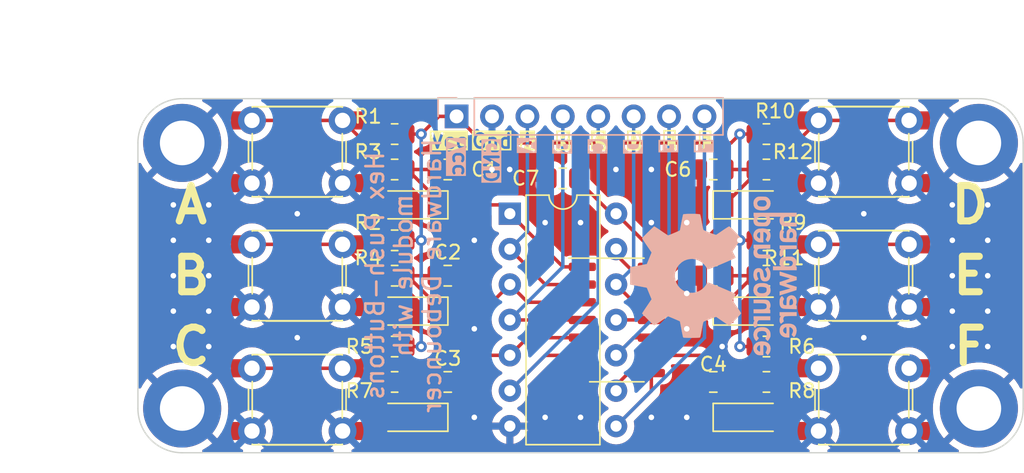
<source format=kicad_pcb>
(kicad_pcb (version 20240108) (generator "pcbnew") (generator_version "8.0")
  (layers (0 "F.Cu" signal) (31 "B.Cu" signal) (34 "B.Paste" user) (35 "F.Paste" user) (36 "B.SilkS" user "B.Silkscreen") (37 "F.SilkS" user "F.Silkscreen") (38 "B.Mask" user) (39 "F.Mask" user) (44 "Edge.Cuts" user))
  (net 0 "")
  (net 1 "/BUT_A")
  (net 2 "GND")
  (net 3 "/BUT_B")
  (net 4 "/BUT_C")
  (net 5 "/BUT_D")
  (net 6 "/BUT_E")
  (net 7 "/BUT_F")
  (net 8 "VCC")
  (net 9 "Net-(D1-A)")
  (net 10 "Net-(D2-A)")
  (net 11 "Net-(D3-A)")
  (net 12 "Net-(D4-A)")
  (net 13 "Net-(D5-A)")
  (net 14 "Net-(D6-A)")
  (net 15 "A")
  (net 16 "B")
  (net 17 "C")
  (net 18 "D")
  (net 19 "E")
  (net 20 "F")
  (footprint "Button_Switch_THT:SW_PUSH_6mm_H8mm" (layer "F.Cu") (at 106.12 65.75 180)
    (property "Reference" "SW9" (hide yes))
    (property "Value" "E")
    (pad "1" thru_hole circle (at 0 0 270) (size 2 2) (drill 1.1) (layers "*.Cu" "*.Mask") (net 2 "GND"))
    (pad "1" thru_hole circle (at 6.5 0 270) (size 2 2) (drill 1.1) (layers "*.Cu" "*.Mask") (net 2 "GND"))
    (pad "2" thru_hole circle (at 0 4.5 270) (size 2 2) (drill 1.1) (layers "*.Cu" "*.Mask") (net 13 "Net-(D5-A)"))
    (pad "2" thru_hole circle (at 6.5 4.5 270) (size 2 2) (drill 1.1) (layers "*.Cu" "*.Mask") (net 13 "Net-(D5-A)"))
  )
  (footprint "Resistor_SMD:R_0805_2012Metric" (layer "F.Cu") (at 95.885 71.12)
    (property "Reference" "R8" (at 2.54 0.635 0) (layer "F.SilkS"))
    (property "Value" "1K")
    (pad "1" smd roundrect (at -0.9125 0) (size 1.025 1.4) (layers "F.Cu" "F.Paste" "F.Mask") (roundrect_rratio 0.243902) (net 7 "/BUT_F"))
    (pad "2" smd roundrect (at 0.9125 0) (size 1.025 1.4) (layers "F.Cu" "F.Paste" "F.Mask") (roundrect_rratio 0.243902) (net 12 "Net-(D4-A)"))
  )
  (footprint "Capacitor_SMD:C_0805_2012Metric" (layer "F.Cu") (at 81.28 56.515 180)
    (property "Reference" "C7" (at 2.667 0 180) (layer "F.SilkS"))
    (property "Value" "100nF")
    (pad "1" smd roundrect (at -0.95 0 180) (size 1 1.45) (layers "F.Cu" "F.Paste" "F.Mask") (net 8 "VCC"))
    (pad "2" smd roundrect (at 0.95 0 180) (size 1 1.45) (layers "F.Cu" "F.Paste" "F.Mask") (net 2 "GND"))
  )
  (footprint "Resistor_SMD:R_0805_2012Metric" (layer "F.Cu") (at 69.215 68.58 180)
    (property "Reference" "R5" (at 2.54 0 180) (layer "F.SilkS"))
    (property "Value" "10K")
    (pad "1" smd roundrect (at -0.9125 0 180) (size 1.025 1.4) (layers "F.Cu" "F.Paste" "F.Mask") (roundrect_rratio 0.243902) (net 8 "VCC"))
    (pad "2" smd roundrect (at 0.9125 0 180) (size 1.025 1.4) (layers "F.Cu" "F.Paste" "F.Mask") (roundrect_rratio 0.243902) (net 11 "Net-(D3-A)"))
  )
  (footprint "Resistor_SMD:R_0805_2012Metric" (layer "F.Cu") (at 69.215 63.5 180)
    (property "Reference" "R4" (at 1.905 1.27 180) (layer "F.SilkS"))
    (property "Value" "1K")
    (pad "1" smd roundrect (at -0.9125 0 180) (size 1.025 1.4) (layers "F.Cu" "F.Paste" "F.Mask") (roundrect_rratio 0.243902) (net 3 "/BUT_B"))
    (pad "2" smd roundrect (at 0.9125 0 180) (size 1.025 1.4) (layers "F.Cu" "F.Paste" "F.Mask") (roundrect_rratio 0.243902) (net 10 "Net-(D2-A)"))
  )
  (footprint "MountingHole:MountingHole_3.2mm_M3_DIN965_Pad_TopBottom" (layer "F.Cu") (at 111.125 53.975)
    (property "Reference" "H3" (hide yes))
    (property "Value" "M3")
    (pad "1" thru_hole circle (at 0 0) (size 3.6 3.6) (drill 3.2) (layers "*.Cu" "*.Mask") (net 2 "GND"))
    (pad "1" connect circle (at 0 0) (size 5.6 5.6) (layers "F.Cu" "F.Mask") (net 2 "GND"))
    (pad "1" connect circle (at 0 0) (size 5.6 5.6) (layers "B.Cu" "B.Mask") (net 2 "GND"))
  )
  (footprint "Capacitor_SMD:C_0805_2012Metric" (layer "F.Cu") (at 92.075 55.88 180)
    (property "Reference" "C6" (at 2.54 0 180) (layer "F.SilkS"))
    (property "Value" "100nF")
    (pad "1" smd roundrect (at -0.95 0 180) (size 1 1.45) (layers "F.Cu" "F.Paste" "F.Mask") (net 5 "/BUT_D"))
    (pad "2" smd roundrect (at 0.95 0 180) (size 1 1.45) (layers "F.Cu" "F.Paste" "F.Mask") (net 2 "GND"))
  )
  (footprint "Resistor_SMD:R_0805_2012Metric" (layer "F.Cu") (at 95.885 53.34)
    (property "Reference" "R10" (at 0.635 -1.65 0) (layer "F.SilkS"))
    (property "Value" "10K")
    (pad "1" smd roundrect (at -0.9125 0) (size 1.025 1.4) (layers "F.Cu" "F.Paste" "F.Mask") (roundrect_rratio 0.243902) (net 8 "VCC"))
    (pad "2" smd roundrect (at 0.9125 0) (size 1.025 1.4) (layers "F.Cu" "F.Paste" "F.Mask") (roundrect_rratio 0.243902) (net 14 "Net-(D6-A)"))
  )
  (footprint "Resistor_SMD:R_0805_2012Metric" (layer "F.Cu") (at 95.885 68.58)
    (property "Reference" "R6" (at 2.54 0 0) (layer "F.SilkS"))
    (property "Value" "10K")
    (pad "1" smd roundrect (at -0.9125 0) (size 1.025 1.4) (layers "F.Cu" "F.Paste" "F.Mask") (roundrect_rratio 0.243902) (net 8 "VCC"))
    (pad "2" smd roundrect (at 0.9125 0) (size 1.025 1.4) (layers "F.Cu" "F.Paste" "F.Mask") (roundrect_rratio 0.243902) (net 12 "Net-(D4-A)"))
  )
  (footprint "Resistor_SMD:R_0805_2012Metric" (layer "F.Cu") (at 95.885 63.5)
    (property "Reference" "R11" (at 1.27 -1.27 0) (layer "F.SilkS"))
    (property "Value" "1K")
    (pad "1" smd roundrect (at -0.9125 0) (size 1.025 1.4) (layers "F.Cu" "F.Paste" "F.Mask") (roundrect_rratio 0.243902) (net 6 "/BUT_E"))
    (pad "2" smd roundrect (at 0.9125 0) (size 1.025 1.4) (layers "F.Cu" "F.Paste" "F.Mask") (roundrect_rratio 0.243902) (net 13 "Net-(D5-A)"))
  )
  (footprint "Button_Switch_THT:SW_PUSH_6mm_H8mm" (layer "F.Cu") (at 65.48 74.64 180)
    (property "Reference" "SW8" (hide yes))
    (property "Value" "C")
    (pad "1" thru_hole circle (at 0 0 270) (size 2 2) (drill 1.1) (layers "*.Cu" "*.Mask") (net 2 "GND"))
    (pad "1" thru_hole circle (at 6.5 0 270) (size 2 2) (drill 1.1) (layers "*.Cu" "*.Mask") (net 2 "GND"))
    (pad "2" thru_hole circle (at 0 4.5 270) (size 2 2) (drill 1.1) (layers "*.Cu" "*.Mask") (net 11 "Net-(D3-A)"))
    (pad "2" thru_hole circle (at 6.5 4.5 270) (size 2 2) (drill 1.1) (layers "*.Cu" "*.Mask") (net 11 "Net-(D3-A)"))
  )
  (footprint "Package_DIP:DIP-14_W7.62mm" (layer "F.Cu") (at 77.48 59.05)
    (property "Reference" "U2" (hide yes))
    (property "Value" "74HC14")
    (pad "1" thru_hole rect (at 0 0) (size 1.6 1.6) (drill 0.8) (layers "*.Cu" "*.Mask") (net 1 "/BUT_A"))
    (pad "2" thru_hole oval (at 0 2.54) (size 1.6 1.6) (drill 0.8) (layers "*.Cu" "*.Mask") (net 15 "A"))
    (pad "3" thru_hole oval (at 0 5.08) (size 1.6 1.6) (drill 0.8) (layers "*.Cu" "*.Mask") (net 3 "/BUT_B"))
    (pad "4" thru_hole oval (at 0 7.62) (size 1.6 1.6) (drill 0.8) (layers "*.Cu" "*.Mask") (net 16 "B"))
    (pad "5" thru_hole oval (at 0 10.16) (size 1.6 1.6) (drill 0.8) (layers "*.Cu" "*.Mask") (net 4 "/BUT_C"))
    (pad "6" thru_hole oval (at 0 12.7) (size 1.6 1.6) (drill 0.8) (layers "*.Cu" "*.Mask") (net 17 "C"))
    (pad "7" thru_hole oval (at 0 15.24) (size 1.6 1.6) (drill 0.8) (layers "*.Cu" "*.Mask") (net 2 "GND"))
    (pad "8" thru_hole oval (at 7.62 15.24) (size 1.6 1.6) (drill 0.8) (layers "*.Cu" "*.Mask") (net 20 "F"))
    (pad "9" thru_hole oval (at 7.62 12.7) (size 1.6 1.6) (drill 0.8) (layers "*.Cu" "*.Mask") (net 7 "/BUT_F"))
    (pad "10" thru_hole oval (at 7.62 10.16) (size 1.6 1.6) (drill 0.8) (layers "*.Cu" "*.Mask") (net 19 "E"))
    (pad "11" thru_hole oval (at 7.62 7.62) (size 1.6 1.6) (drill 0.8) (layers "*.Cu" "*.Mask") (net 6 "/BUT_E"))
    (pad "12" thru_hole oval (at 7.62 5.08) (size 1.6 1.6) (drill 0.8) (layers "*.Cu" "*.Mask") (net 18 "D"))
    (pad "13" thru_hole oval (at 7.62 2.54) (size 1.6 1.6) (drill 0.8) (layers "*.Cu" "*.Mask") (net 5 "/BUT_D"))
    (pad "14" thru_hole oval (at 7.62 0) (size 1.6 1.6) (drill 0.8) (layers "*.Cu" "*.Mask") (net 8 "VCC"))
  )
  (footprint "Resistor_SMD:R_0805_2012Metric" (layer "F.Cu") (at 69.215 53.34 180)
    (property "Reference" "R1" (at 1.905 1.27 180) (layer "F.SilkS"))
    (property "Value" "10K")
    (pad "1" smd roundrect (at -0.9125 0 180) (size 1.025 1.4) (layers "F.Cu" "F.Paste" "F.Mask") (roundrect_rratio 0.243902) (net 8 "VCC"))
    (pad "2" smd roundrect (at 0.9125 0 180) (size 1.025 1.4) (layers "F.Cu" "F.Paste" "F.Mask") (roundrect_rratio 0.243902) (net 9 "Net-(D1-A)"))
  )
  (footprint "Diode_SMD:D_MiniMELF" (layer "F.Cu") (at 70.485 73.66 180)
    (property "Reference" "D3" (hide yes))
    (property "Value" "LL4148")
    (pad "1" smd rect (at -1.75 0 180) (size 1.3 1.7) (layers "F.Cu" "F.Paste" "F.Mask") (net 4 "/BUT_C"))
    (pad "2" smd rect (at 1.75 0 180) (size 1.3 1.7) (layers "F.Cu" "F.Paste" "F.Mask") (net 11 "Net-(D3-A)"))
  )
  (footprint "Button_Switch_THT:SW_PUSH_6mm_H8mm" (layer "F.Cu") (at 65.48 56.86 180)
    (property "Reference" "SW7" (hide yes))
    (property "Value" "A" (hide yes))
    (pad "1" thru_hole circle (at 0 0 270) (size 2 2) (drill 1.1) (layers "*.Cu" "*.Mask") (net 2 "GND"))
    (pad "1" thru_hole circle (at 6.5 0 270) (size 2 2) (drill 1.1) (layers "*.Cu" "*.Mask") (net 2 "GND"))
    (pad "2" thru_hole circle (at 0 4.5 270) (size 2 2) (drill 1.1) (layers "*.Cu" "*.Mask") (net 9 "Net-(D1-A)"))
    (pad "2" thru_hole circle (at 6.5 4.5 270) (size 2 2) (drill 1.1) (layers "*.Cu" "*.Mask") (net 9 "Net-(D1-A)"))
  )
  (footprint "Button_Switch_SMD:SW_SPST_PTS645" (layer "F.Cu") (at 102.87 63.5 180)
    (property "Reference" "SW5" (hide yes))
    (property "Value" "E")
    (pad "1" smd rect (at -3.98 -2.25 180) (size 1.55 1.3) (layers "F.Cu" "F.Paste" "F.Mask") (net 2 "GND"))
    (pad "1" smd rect (at 3.98 -2.25 180) (size 1.55 1.3) (layers "F.Cu" "F.Paste" "F.Mask") (net 2 "GND"))
    (pad "2" smd rect (at -3.98 2.25 180) (size 1.55 1.3) (layers "F.Cu" "F.Paste" "F.Mask") (net 13 "Net-(D5-A)"))
    (pad "2" smd rect (at 3.98 2.25 180) (size 1.55 1.3) (layers "F.Cu" "F.Paste" "F.Mask") (net 13 "Net-(D5-A)"))
  )
  (footprint "Capacitor_SMD:C_0805_2012Metric" (layer "F.Cu") (at 73.025 63.5)
    (property "Reference" "C2" (at 0 -1.68 0) (layer "F.SilkS"))
    (property "Value" "100nF")
    (pad "1" smd roundrect (at -0.95 0) (size 1 1.45) (layers "F.Cu" "F.Paste" "F.Mask") (net 3 "/BUT_B"))
    (pad "2" smd roundrect (at 0.95 0) (size 1 1.45) (layers "F.Cu" "F.Paste" "F.Mask") (net 2 "GND"))
  )
  (footprint "Button_Switch_THT:SW_PUSH_6mm_H8mm" (layer "F.Cu") (at 106.12 74.64 180)
    (property "Reference" "SW11" (hide yes))
    (property "Value" "D")
    (pad "1" thru_hole circle (at 0 0 270) (size 2 2) (drill 1.1) (layers "*.Cu" "*.Mask") (net 2 "GND"))
    (pad "1" thru_hole circle (at 6.5 0 270) (size 2 2) (drill 1.1) (layers "*.Cu" "*.Mask") (net 2 "GND"))
    (pad "2" thru_hole circle (at 0 4.5 270) (size 2 2) (drill 1.1) (layers "*.Cu" "*.Mask") (net 12 "Net-(D4-A)"))
    (pad "2" thru_hole circle (at 6.5 4.5 270) (size 2 2) (drill 1.1) (layers "*.Cu" "*.Mask") (net 12 "Net-(D4-A)"))
  )
  (footprint "MountingHole:MountingHole_3.2mm_M3_DIN965_Pad_TopBottom" (layer "F.Cu") (at 53.975 73.025)
    (property "Reference" "H1" (hide yes))
    (property "Value" "M3")
    (pad "1" thru_hole circle (at 0 0) (size 3.6 3.6) (drill 3.2) (layers "*.Cu" "*.Mask") (net 2 "GND"))
    (pad "1" connect circle (at 0 0) (size 5.6 5.6) (layers "F.Cu" "F.Mask") (net 2 "GND"))
    (pad "1" connect circle (at 0 0) (size 5.6 5.6) (layers "B.Cu" "B.Mask") (net 2 "GND"))
  )
  (footprint "Diode_SMD:D_MiniMELF" (layer "F.Cu") (at 94.615 73.66)
    (property "Reference" "D4" (hide yes))
    (property "Value" "LL4148")
    (pad "1" smd rect (at -1.75 0) (size 1.3 1.7) (layers "F.Cu" "F.Paste" "F.Mask") (net 7 "/BUT_F"))
    (pad "2" smd rect (at 1.75 0) (size 1.3 1.7) (layers "F.Cu" "F.Paste" "F.Mask") (net 12 "Net-(D4-A)"))
  )
  (footprint "Diode_SMD:D_MiniMELF" (layer "F.Cu") (at 94.615 58.42)
    (property "Reference" "D6" (hide yes))
    (property "Value" "LL4148")
    (pad "1" smd rect (at -1.75 0) (size 1.3 1.7) (layers "F.Cu" "F.Paste" "F.Mask") (net 5 "/BUT_D"))
    (pad "2" smd rect (at 1.75 0) (size 1.3 1.7) (layers "F.Cu" "F.Paste" "F.Mask") (net 14 "Net-(D6-A)"))
  )
  (footprint "Capacitor_SMD:C_0805_2012Metric" (layer "F.Cu") (at 92.075 63.5 180)
    (property "Reference" "C5" (at 0 1.905 180) (layer "F.SilkS"))
    (property "Value" "100nF")
    (pad "1" smd roundrect (at -0.95 0 180) (size 1 1.45) (layers "F.Cu" "F.Paste" "F.Mask") (net 6 "/BUT_E"))
    (pad "2" smd roundrect (at 0.95 0 180) (size 1 1.45) (layers "F.Cu" "F.Paste" "F.Mask") (net 2 "GND"))
  )
  (footprint "Resistor_SMD:R_0805_2012Metric" (layer "F.Cu") (at 69.215 60.96 180)
    (property "Reference" "R2" (at 1.905 1.27 180) (layer "F.SilkS"))
    (property "Value" "10K")
    (pad "1" smd roundrect (at -0.9125 0 180) (size 1.025 1.4) (layers "F.Cu" "F.Paste" "F.Mask") (roundrect_rratio 0.243902) (net 8 "VCC"))
    (pad "2" smd roundrect (at 0.9125 0 180) (size 1.025 1.4) (layers "F.Cu" "F.Paste" "F.Mask") (roundrect_rratio 0.243902) (net 10 "Net-(D2-A)"))
  )
  (footprint "Button_Switch_SMD:SW_SPST_PTS645" (layer "F.Cu") (at 102.87 54.61 180)
    (property "Reference" "SW6" (hide yes))
    (property "Value" "F")
    (pad "1" smd rect (at -3.98 -2.25 180) (size 1.55 1.3) (layers "F.Cu" "F.Paste" "F.Mask") (net 2 "GND"))
    (pad "1" smd rect (at 3.98 -2.25 180) (size 1.55 1.3) (layers "F.Cu" "F.Paste" "F.Mask") (net 2 "GND"))
    (pad "2" smd rect (at -3.98 2.25 180) (size 1.55 1.3) (layers "F.Cu" "F.Paste" "F.Mask") (net 14 "Net-(D6-A)"))
    (pad "2" smd rect (at 3.98 2.25 180) (size 1.55 1.3) (layers "F.Cu" "F.Paste" "F.Mask") (net 14 "Net-(D6-A)"))
  )
  (footprint "Button_Switch_THT:SW_PUSH_6mm_H8mm" (layer "F.Cu") (at 106.12 56.86 180)
    (property "Reference" "SW12" (hide yes))
    (property "Value" "F")
    (pad "1" thru_hole circle (at 0 0 270) (size 2 2) (drill 1.1) (layers "*.Cu" "*.Mask") (net 2 "GND"))
    (pad "1" thru_hole circle (at 6.5 0 270) (size 2 2) (drill 1.1) (layers "*.Cu" "*.Mask") (net 2 "GND"))
    (pad "2" thru_hole circle (at 0 4.5 270) (size 2 2) (drill 1.1) (layers "*.Cu" "*.Mask") (net 14 "Net-(D6-A)"))
    (pad "2" thru_hole circle (at 6.5 4.5 270) (size 2 2) (drill 1.1) (layers "*.Cu" "*.Mask") (net 14 "Net-(D6-A)"))
  )
  (footprint "Diode_SMD:D_MiniMELF" (layer "F.Cu") (at 70.485 66.04 180)
    (property "Reference" "D2" (hide yes))
    (property "Value" "LL4148")
    (pad "1" smd rect (at -1.75 0 180) (size 1.3 1.7) (layers "F.Cu" "F.Paste" "F.Mask") (net 3 "/BUT_B"))
    (pad "2" smd rect (at 1.75 0 180) (size 1.3 1.7) (layers "F.Cu" "F.Paste" "F.Mask") (net 10 "Net-(D2-A)"))
  )
  (footprint "Capacitor_SMD:C_0805_2012Metric" (layer "F.Cu") (at 73.025 55.88)
    (property "Reference" "C1" (at 2.667 0 0) (layer "F.SilkS"))
    (property "Value" "100nF")
    (pad "1" smd roundrect (at -0.95 0) (size 1 1.45) (layers "F.Cu" "F.Paste" "F.Mask") (net 1 "/BUT_A"))
    (pad "2" smd roundrect (at 0.95 0) (size 1 1.45) (layers "F.Cu" "F.Paste" "F.Mask") (net 2 "GND"))
  )
  (footprint "MountingHole:MountingHole_3.2mm_M3_DIN965_Pad_TopBottom" (layer "F.Cu") (at 111.125 73.025)
    (property "Reference" "H2" (hide yes))
    (property "Value" "M3")
    (pad "1" thru_hole circle (at 0 0) (size 3.6 3.6) (drill 3.2) (layers "*.Cu" "*.Mask") (net 2 "GND"))
    (pad "1" connect circle (at 0 0) (size 5.6 5.6) (layers "F.Cu" "F.Mask") (net 2 "GND"))
    (pad "1" connect circle (at 0 0) (size 5.6 5.6) (layers "B.Cu" "B.Mask") (net 2 "GND"))
  )
  (footprint "Button_Switch_SMD:SW_SPST_PTS645" (layer "F.Cu") (at 62.23 72.39 180)
    (property "Reference" "SW3" (hide yes))
    (property "Value" "C")
    (pad "1" smd rect (at -3.98 -2.25 180) (size 1.55 1.3) (layers "F.Cu" "F.Paste" "F.Mask") (net 2 "GND"))
    (pad "1" smd rect (at 3.98 -2.25 180) (size 1.55 1.3) (layers "F.Cu" "F.Paste" "F.Mask") (net 2 "GND"))
    (pad "2" smd rect (at -3.98 2.25 180) (size 1.55 1.3) (layers "F.Cu" "F.Paste" "F.Mask") (net 11 "Net-(D3-A)"))
    (pad "2" smd rect (at 3.98 2.25 180) (size 1.55 1.3) (layers "F.Cu" "F.Paste" "F.Mask") (net 11 "Net-(D3-A)"))
  )
  (footprint "Button_Switch_SMD:SW_SPST_PTS645" (layer "F.Cu") (at 62.23 63.5 180)
    (property "Reference" "SW2" (hide yes))
    (property "Value" "B")
    (pad "1" smd rect (at -3.98 -2.25 180) (size 1.55 1.3) (layers "F.Cu" "F.Paste" "F.Mask") (net 2 "GND"))
    (pad "1" smd rect (at 3.98 -2.25 180) (size 1.55 1.3) (layers "F.Cu" "F.Paste" "F.Mask") (net 2 "GND"))
    (pad "2" smd rect (at -3.98 2.25 180) (size 1.55 1.3) (layers "F.Cu" "F.Paste" "F.Mask") (net 10 "Net-(D2-A)"))
    (pad "2" smd rect (at 3.98 2.25 180) (size 1.55 1.3) (layers "F.Cu" "F.Paste" "F.Mask") (net 10 "Net-(D2-A)"))
  )
  (footprint "Package_SO:SO-14_3.9x8.65mm_P1.27mm" (layer "F.Cu") (at 85.155 66.675)
    (property "Reference" "U1" (hide yes))
    (property "Value" "74HC14")
    (pad "1" smd roundrect (at -2.475 -3.81) (size 1.95 0.6) (layers "F.Cu" "F.Paste" "F.Mask") (net 1 "/BUT_A"))
    (pad "2" smd roundrect (at -2.475 -2.54) (size 1.95 0.6) (layers "F.Cu" "F.Paste" "F.Mask") (net 15 "A"))
    (pad "3" smd roundrect (at -2.475 -1.27) (size 1.95 0.6) (layers "F.Cu" "F.Paste" "F.Mask") (net 3 "/BUT_B"))
    (pad "4" smd roundrect (at -2.475 0) (size 1.95 0.6) (layers "F.Cu" "F.Paste" "F.Mask") (net 16 "B"))
    (pad "5" smd roundrect (at -2.475 1.27) (size 1.95 0.6) (layers "F.Cu" "F.Paste" "F.Mask") (net 4 "/BUT_C"))
    (pad "6" smd roundrect (at -2.475 2.54) (size 1.95 0.6) (layers "F.Cu" "F.Paste" "F.Mask") (net 17 "C"))
    (pad "7" smd roundrect (at -2.475 3.81) (size 1.95 0.6) (layers "F.Cu" "F.Paste" "F.Mask") (net 2 "GND"))
    (pad "8" smd roundrect (at 2.475 3.81) (size 1.95 0.6) (layers "F.Cu" "F.Paste" "F.Mask") (net 20 "F"))
    (pad "9" smd roundrect (at 2.475 2.54) (size 1.95 0.6) (layers "F.Cu" "F.Paste" "F.Mask") (net 7 "/BUT_F"))
    (pad "10" smd roundrect (at 2.475 1.27) (size 1.95 0.6) (layers "F.Cu" "F.Paste" "F.Mask") (net 19 "E"))
    (pad "11" smd roundrect (at 2.475 0) (size 1.95 0.6) (layers "F.Cu" "F.Paste" "F.Mask") (net 6 "/BUT_E"))
    (pad "12" smd roundrect (at 2.475 -1.27) (size 1.95 0.6) (layers "F.Cu" "F.Paste" "F.Mask") (net 18 "D"))
    (pad "13" smd roundrect (at 2.475 -2.54) (size 1.95 0.6) (layers "F.Cu" "F.Paste" "F.Mask") (net 5 "/BUT_D"))
    (pad "14" smd roundrect (at 2.475 -3.81) (size 1.95 0.6) (layers "F.Cu" "F.Paste" "F.Mask") (net 8 "VCC"))
  )
  (footprint "Capacitor_SMD:C_0805_2012Metric" (layer "F.Cu") (at 92.075 71.12 180)
    (property "Reference" "C4" (at 0 1.27 180) (layer "F.SilkS"))
    (property "Value" "100nF")
    (pad "1" smd roundrect (at -0.95 0 180) (size 1 1.45) (layers "F.Cu" "F.Paste" "F.Mask") (net 7 "/BUT_F"))
    (pad "2" smd roundrect (at 0.95 0 180) (size 1 1.45) (layers "F.Cu" "F.Paste" "F.Mask") (net 2 "GND"))
  )
  (footprint "Button_Switch_SMD:SW_SPST_PTS645" (layer "F.Cu") (at 62.23 54.61 180)
    (property "Reference" "SW1" (hide yes))
    (property "Value" "A")
    (pad "1" smd rect (at -3.98 -2.25 180) (size 1.55 1.3) (layers "F.Cu" "F.Paste" "F.Mask") (net 2 "GND"))
    (pad "1" smd rect (at 3.98 -2.25 180) (size 1.55 1.3) (layers "F.Cu" "F.Paste" "F.Mask") (net 2 "GND"))
    (pad "2" smd rect (at -3.98 2.25 180) (size 1.55 1.3) (layers "F.Cu" "F.Paste" "F.Mask") (net 9 "Net-(D1-A)"))
    (pad "2" smd rect (at 3.98 2.25 180) (size 1.55 1.3) (layers "F.Cu" "F.Paste" "F.Mask") (net 9 "Net-(D1-A)"))
  )
  (footprint "MountingHole:MountingHole_3.2mm_M3_DIN965_Pad_TopBottom" (layer "F.Cu") (at 53.975 53.975)
    (property "Reference" "H4" (hide yes))
    (property "Value" "M3")
    (pad "1" thru_hole circle (at 0 0) (size 3.6 3.6) (drill 3.2) (layers "*.Cu" "*.Mask") (net 2 "GND"))
    (pad "1" connect circle (at 0 0) (size 5.6 5.6) (layers "F.Cu" "F.Mask") (net 2 "GND"))
    (pad "1" connect circle (at 0 0) (size 5.6 5.6) (layers "B.Cu" "B.Mask") (net 2 "GND"))
  )
  (footprint "Button_Switch_SMD:SW_SPST_PTS645" (layer "F.Cu") (at 102.87 72.39 180)
    (property "Reference" "SW4" (hide yes))
    (property "Value" "D")
    (pad "1" smd rect (at -3.98 -2.25 180) (size 1.55 1.3) (layers "F.Cu" "F.Paste" "F.Mask") (net 2 "GND"))
    (pad "1" smd rect (at 3.98 -2.25 180) (size 1.55 1.3) (layers "F.Cu" "F.Paste" "F.Mask") (net 2 "GND"))
    (pad "2" smd rect (at -3.98 2.25 180) (size 1.55 1.3) (layers "F.Cu" "F.Paste" "F.Mask") (net 12 "Net-(D4-A)"))
    (pad "2" smd rect (at 3.98 2.25 180) (size 1.55 1.3) (layers "F.Cu" "F.Paste" "F.Mask") (net 12 "Net-(D4-A)"))
  )
  (footprint "Resistor_SMD:R_0805_2012Metric" (layer "F.Cu") (at 69.215 71.12 180)
    (property "Reference" "R7" (at 2.54 -0.635 180) (layer "F.SilkS"))
    (property "Value" "1K")
    (pad "1" smd roundrect (at -0.9125 0 180) (size 1.025 1.4) (layers "F.Cu" "F.Paste" "F.Mask") (roundrect_rratio 0.243902) (net 4 "/BUT_C"))
    (pad "2" smd roundrect (at 0.9125 0 180) (size 1.025 1.4) (layers "F.Cu" "F.Paste" "F.Mask") (roundrect_rratio 0.243902) (net 11 "Net-(D3-A)"))
  )
  (footprint "Resistor_SMD:R_0805_2012Metric" (layer "F.Cu") (at 69.215 55.88 180)
    (property "Reference" "R3" (at 1.905 1.27 180) (layer "F.SilkS"))
    (property "Value" "1K")
    (pad "1" smd roundrect (at -0.9125 0 180) (size 1.025 1.4) (layers "F.Cu" "F.Paste" "F.Mask") (roundrect_rratio 0.243902) (net 1 "/BUT_A"))
    (pad "2" smd roundrect (at 0.9125 0 180) (size 1.025 1.4) (layers "F.Cu" "F.Paste" "F.Mask") (roundrect_rratio 0.243902) (net 9 "Net-(D1-A)"))
  )
  (footprint "Capacitor_SMD:C_0805_2012Metric" (layer "F.Cu") (at 73.025 71.12)
    (property "Reference" "C3" (at 0 -1.68 0) (layer "F.SilkS"))
    (property "Value" "100nF")
    (pad "1" smd roundrect (at -0.95 0) (size 1 1.45) (layers "F.Cu" "F.Paste" "F.Mask") (net 4 "/BUT_C"))
    (pad "2" smd roundrect (at 0.95 0) (size 1 1.45) (layers "F.Cu" "F.Paste" "F.Mask") (net 2 "GND"))
  )
  (footprint "Diode_SMD:D_MiniMELF" (layer "F.Cu") (at 70.485 58.42 180)
    (property "Reference" "D1" (hide yes))
    (property "Value" "LL4148")
    (pad "1" smd rect (at -1.75 0 180) (size 1.3 1.7) (layers "F.Cu" "F.Paste" "F.Mask") (net 1 "/BUT_A"))
    (pad "2" smd rect (at 1.75 0 180) (size 1.3 1.7) (layers "F.Cu" "F.Paste" "F.Mask") (net 9 "Net-(D1-A)"))
  )
  (footprint "Resistor_SMD:R_0805_2012Metric" (layer "F.Cu") (at 95.885 55.88)
    (property "Reference" "R12" (at 1.905 -1.27 0) (layer "F.SilkS"))
    (property "Value" "1K")
    (pad "1" smd roundrect (at -0.9125 0) (size 1.025 1.4) (layers "F.Cu" "F.Paste" "F.Mask") (roundrect_rratio 0.243902) (net 5 "/BUT_D"))
    (pad "2" smd roundrect (at 0.9125 0) (size 1.025 1.4) (layers "F.Cu" "F.Paste" "F.Mask") (roundrect_rratio 0.243902) (net 14 "Net-(D6-A)"))
  )
  (footprint "Resistor_SMD:R_0805_2012Metric" (layer "F.Cu") (at 95.885 60.96)
    (property "Reference" "R9" (at 1.905 -1.27 0) (layer "F.SilkS"))
    (property "Value" "10K")
    (pad "1" smd roundrect (at -0.9125 0) (size 1.025 1.4) (layers "F.Cu" "F.Paste" "F.Mask") (roundrect_rratio 0.243902) (net 8 "VCC"))
    (pad "2" smd roundrect (at 0.9125 0) (size 1.025 1.4) (layers "F.Cu" "F.Paste" "F.Mask") (roundrect_rratio 0.243902) (net 13 "Net-(D5-A)"))
  )
  (footprint "Diode_SMD:D_MiniMELF" (layer "F.Cu") (at 94.615 66.04)
    (property "Reference" "D5" (hide yes))
    (property "Value" "LL4148")
    (pad "1" smd rect (at -1.75 0) (size 1.3 1.7) (layers "F.Cu" "F.Paste" "F.Mask") (net 6 "/BUT_E"))
    (pad "2" smd rect (at 1.75 0) (size 1.3 1.7) (layers "F.Cu" "F.Paste" "F.Mask") (net 13 "Net-(D5-A)"))
  )
  (footprint "Button_Switch_THT:SW_PUSH_6mm_H8mm" (layer "F.Cu") (at 65.48 65.75 180)
    (property "Reference" "SW10" (hide yes))
    (property "Value" "B")
    (pad "1" thru_hole circle (at 0 0 270) (size 2 2) (drill 1.1) (layers "*.Cu" "*.Mask") (net 2 "GND"))
    (pad "1" thru_hole circle (at 6.5 0 270) (size 2 2) (drill 1.1) (layers "*.Cu" "*.Mask") (net 2 "GND"))
    (pad "2" thru_hole circle (at 0 4.5 270) (size 2 2) (drill 1.1) (layers "*.Cu" "*.Mask") (net 10 "Net-(D2-A)"))
    (pad "2" thru_hole circle (at 6.5 4.5 270) (size 2 2) (drill 1.1) (layers "*.Cu" "*.Mask") (net 10 "Net-(D2-A)"))
  )
  (footprint "Symbol:OSHW-Logo_11.4x12mm_SilkScreen" (layer "B.Cu") (at 92.075 63.5 -90)
    (property "Reference" "REF**" (hide yes))
    (property "Value" "OSHW-Logo_11.4x12mm_SilkScreen" (hide yes))
  )
  (footprint "Connector_PinHeader_2.54mm:PinHeader_1x08_P2.54mm_Vertical" (layer "B.Cu") (at 73.66 52.07 -90)
    (property "Reference" "J1" (hide yes))
    (property "Value" "UPPER")
    (pad "1" thru_hole rect (at 0 0 270) (size 1.7 1.7) (drill 1) (layers "*.Cu" "*.Mask") (net 8 "VCC"))
    (pad "2" thru_hole oval (at 0 -2.54 270) (size 1.7 1.7) (drill 1) (layers "*.Cu" "*.Mask") (net 2 "GND"))
    (pad "3" thru_hole oval (at 0 -5.08 270) (size 1.7 1.7) (drill 1) (layers "*.Cu" "*.Mask") (net 15 "A"))
    (pad "4" thru_hole oval (at 0 -7.62 270) (size 1.7 1.7) (drill 1) (layers "*.Cu" "*.Mask") (net 16 "B"))
    (pad "5" thru_hole oval (at 0 -10.16 270) (size 1.7 1.7) (drill 1) (layers "*.Cu" "*.Mask") (net 17 "C"))
    (pad "6" thru_hole oval (at 0 -12.7 270) (size 1.7 1.7) (drill 1) (layers "*.Cu" "*.Mask") (net 18 "D"))
    (pad "7" thru_hole oval (at 0 -15.24 270) (size 1.7 1.7) (drill 1) (layers "*.Cu" "*.Mask") (net 19 "E"))
    (pad "8" thru_hole oval (at 0 -17.78 270) (size 1.7 1.7) (drill 1) (layers "*.Cu" "*.Mask") (net 20 "F"))
  )
  (gr_line (start 53.975 50.8) (end 111.125 50.8) (stroke (width 0.1)) (layer "Edge.Cuts"))
  (gr_arc (start 53.975 76.2) (mid 51.729936 75.270064) (end 50.8 73.025) (stroke (width 0.1)) (layer "Edge.Cuts"))
  (gr_line (start 50.8 73.025) (end 50.8 53.975) (stroke (width 0.1)) (layer "Edge.Cuts"))
  (gr_arc (start 111.125 50.8) (mid 113.370064 51.729936) (end 114.3 53.975) (stroke (width 0.1)) (layer "Edge.Cuts"))
  (gr_arc (start 50.8 53.975) (mid 51.729936 51.729936) (end 53.975 50.8) (stroke (width 0.1)) (layer "Edge.Cuts"))
  (gr_line (start 111.125 76.2) (end 53.975 76.2) (stroke (width 0.1)) (layer "Edge.Cuts"))
  (gr_arc (start 114.3 73.025) (mid 113.370064 75.270064) (end 111.125 76.2) (stroke (width 0.1)) (layer "Edge.Cuts"))
  (gr_line (start 114.3 53.975) (end 114.3 73.025) (stroke (width 0.1)) (layer "Edge.Cuts"))
  (gr_text "Vcc" (at 73.66 53.594 90) (layer "B.SilkS" knockout) (effects (font (size 1.016 1.016) (thickness 0.1905) (bold yes)) (justify left mirror)))
  (gr_text "F" (at 91.44 53.594 90) (layer "B.SilkS" knockout) (effects (font (size 1.016 1.016) (thickness 0.1905) (bold yes)) (justify left mirror)))
  (gr_text "D" (at 86.36 53.594 90) (layer "B.SilkS" knockout) (effects (font (size 1.016 1.016) (thickness 0.1905) (bold yes)) (justify left mirror)))
  (gr_text "Hex Push-Buttons\nmodule with\nHardware Debouncer" (at 69.85 63.5 90) (layer "B.SilkS") (effects (font (size 1.27 1.27) (thickness 0.1905)) (justify mirror)))
  (gr_text "C" (at 83.82 53.594 90) (layer "B.SilkS" knockout) (effects (font (size 1.016 1.016) (thickness 0.1905) (bold yes)) (justify left mirror)))
  (gr_text "E" (at 88.9 53.594 90) (layer "B.SilkS" knockout) (effects (font (size 1.016 1.016) (thickness 0.1905) (bold yes)) (justify left mirror)))
  (gr_text "GND" (at 76.2 53.594 90) (layer "B.SilkS" knockout) (effects (font (size 1.016 1.016) (thickness 0.1905) (bold yes)) (justify left mirror)))
  (gr_text "B" (at 81.28 53.594 90) (layer "B.SilkS" knockout) (effects (font (size 1.016 1.016) (thickness 0.1905) (bold yes)) (justify left mirror)))
  (gr_text "A" (at 78.74 53.594 90) (layer "B.SilkS" knockout) (effects (font (size 1.016 1.016) (thickness 0.1905) (bold yes)) (justify left mirror)))
  (gr_text "E" (at 110.49 63.5 0) (layer "F.SilkS") (effects (font (size 2.54 2.54) (thickness 0.508) (bold yes))))
  (gr_text "C" (at 54.61 68.58 0) (layer "F.SilkS") (effects (font (size 2.54 2.54) (thickness 0.508) (bold yes))))
  (gr_text "F" (at 110.49 68.58 0) (layer "F.SilkS") (effects (font (size 2.54 2.54) (thickness 0.508) (bold yes))))
  (gr_text "A" (at 78.74 53.848 0) (layer "F.SilkS" knockout) (effects (font (size 1.016 1.016) (thickness 0.1905) (bold yes))))
  (gr_text "D" (at 110.49 58.42 0) (layer "F.SilkS") (effects (font (size 2.54 2.54) (thickness 0.508) (bold yes))))
  (gr_text "D" (at 86.36 53.848 0) (layer "F.SilkS" knockout) (effects (font (size 1.016 1.016) (thickness 0.1905) (bold yes))))
  (gr_text "B" (at 54.61 63.5 0) (layer "F.SilkS") (effects (font (size 2.54 2.54) (thickness 0.508) (bold yes))))
  (gr_text "E" (at 88.910358 53.807425 0) (layer "F.SilkS" knockout) (effects (font (size 1.016 1.016) (thickness 0.1905) (bold yes))))
  (gr_text "A" (at 54.61 58.42 0) (layer "F.SilkS") (effects (font (size 2.54 2.54) (thickness 0.508) (bold yes))))
  (gr_text "C" (at 83.82 53.848 0) (layer "F.SilkS" knockout) (effects (font (size 1.016 1.016) (thickness 0.1905) (bold yes))))
  (gr_text "Vcc" (at 73.152 53.848 0) (layer "F.SilkS" knockout) (effects (font (size 1.016 1.016) (thickness 0.1905) (bold yes))))
  (gr_text "F" (at 91.44 53.848 0) (layer "F.SilkS" knockout) (effects (font (size 1.016 1.016) (thickness 0.1905) (bold yes))))
  (gr_text "B" (at 81.28 53.848 0) (layer "F.SilkS" knockout) (effects (font (size 1.016 1.016) (thickness 0.1905) (bold yes))))
  (gr_text "Gnd" (at 76.2 53.848 0) (layer "F.SilkS" knockout) (effects (font (size 1.016 1.016) (thickness 0.1905) (bold yes))))
  (segment (start 70.1275 55.88) (end 72.235 57.9875) (width 0.25) (layer "F.Cu") (net 1))
  (segment (start 72.235 57.9875) (end 72.235 58.42) (width 0.25) (layer "F.Cu") (net 1))
  (segment (start 72.235 58.42) (end 72.235 56.04) (width 0.25) (layer "F.Cu") (net 1))
  (segment (start 76.85 58.42) (end 77.48 59.05) (width 0.25) (layer "F.Cu") (net 1))
  (segment (start 82.68 62.865) (end 81.295 62.865) (width 0.25) (layer "F.Cu") (net 1))
  (segment (start 72.235 56.04) (end 72.075 55.88) (width 0.25) (layer "F.Cu") (net 1))
  (segment (start 81.295 62.865) (end 77.48 59.05) (width 0.25) (layer "F.Cu") (net 1))
  (segment (start 70.1275 55.88) (end 72.075 55.88) (width 0.25) (layer "F.Cu") (net 1))
  (segment (start 72.235 58.42) (end 76.85 58.42) (width 0.25) (layer "F.Cu") (net 1))
  (via (at 109.22 60.96) (size 0.8) (drill 0.4) (layers "F.Cu" "B.Cu") (net 2))
  (via (at 111.76 66.04) (size 0.8) (drill 0.4) (layers "F.Cu" "B.Cu") (net 2))
  (via (at 102.87 67.945) (size 0.8) (drill 0.4) (layers "F.Cu" "B.Cu") (net 2))
  (via (at 55.88 66.04) (size 0.8) (drill 0.4) (layers "F.Cu" "B.Cu") (net 2))
  (via (at 90.17 64.77) (size 0.8) (drill 0.4) (layers "F.Cu" "B.Cu") (net 2))
  (via (at 77.47 55.88) (size 0.8) (drill 0.4) (layers "F.Cu" "B.Cu") (net 2))
  (via (at 111.76 58.42) (size 0.8) (drill 0.4) (layers "F.Cu" "B.Cu") (net 2))
  (via (at 87.63 59.69) (size 0.8) (drill 0.4) (layers "F.Cu" "B.Cu") (net 2))
  (via (at 82.55 73.66) (size 0.8) (drill 0.4) (layers "F.Cu" "B.Cu") (net 2))
  (via (at 62.23 67.945) (size 0.8) (drill 0.4) (layers "F.Cu" "B.Cu") (net 2))
  (via (at 74.93 73.66) (size 0.8) (drill 0.4) (layers "F.Cu" "B.Cu") (net 2))
  (via (at 74.93 60.96) (size 0.8) (drill 0.4) (layers "F.Cu" "B.Cu") (net 2))
  (via (at 80.01 59.69) (size 0.8) (drill 0.4) (layers "F.Cu" "B.Cu") (net 2))
  (via (at 53.34 68.58) (size 0.8) (drill 0.4) (layers "F.Cu" "B.Cu") (net 2))
  (via (at 80.01 73.66) (size 0.8) (drill 0.4) (layers "F.Cu" "B.Cu") (net 2))
  (via (at 53.34 58.42) (size 0.8) (drill 0.4) (layers "F.Cu" "B.Cu") (net 2))
  (via (at 90.17 73.66) (size 0.8) (drill 0.4) (layers "F.Cu" "B.Cu") (net 2))
  (via (at 55.88 68.58) (size 0.8) (drill 0.4) (layers "F.Cu" "B.Cu") (net 2))
  (via (at 90.17 59.69) (size 0.8) (drill 0.4) (layers "F.Cu" "B.Cu") (net 2))
  (via (at 76.2 55.88) (size 0.8) (drill 0.4) (layers "F.Cu" "B.Cu") (net 2))
  (via (at 74.93 67.31) (size 0.8) (drill 0.4) (layers "F.Cu" "B.Cu") (net 2))
  (via (at 109.22 66.04) (size 0.8) (drill 0.4) (layers "F.Cu" "B.Cu") (net 2))
  (via (at 109.22 63.5) (size 0.8) (drill 0.4) (layers "F.Cu" "B.Cu") (net 2))
  (via (at 55.88 60.96) (size 0.8) (drill 0.4) (layers "F.Cu" "B.Cu") (net 2))
  (via (at 87.63 73.66) (size 0.8) (drill 0.4) (layers "F.Cu" "B.Cu") (net 2))
  (via (at 82.55 59.69) (size 0.8) (drill 0.4) (layers "F.Cu" "B.Cu") (net 2))
  (via (at 55.88 63.5) (size 0.8) (drill 0.4) (layers "F.Cu" "B.Cu") (net 2))
  (via (at 87.63 55.88) (size 0.8) (drill 0.4) (layers "F.Cu" "B.Cu") (net 2))
  (via (at 111.76 60.96) (size 0.8) (drill 0.4) (layers "F.Cu" "B.Cu") (net 2))
  (via (at 53.34 63.5) (size 0.8) (drill 0.4) (layers "F.Cu" "B.Cu") (net 2))
  (via (at 102.87 59.055) (size 0.8) (drill 0.4) (layers "F.Cu" "B.Cu") (net 2))
  (via (at 92.71 68.58) (size 0.8) (drill 0.4) (layers "F.Cu" "B.Cu") (net 2))
  (via (at 111.76 63.5) (size 0.8) (drill 0.4) (layers "F.Cu" "B.Cu") (net 2))
  (via (at 90.17 67.31) (size 0.8) (drill 0.4) (layers "F.Cu" "B.Cu") (net 2))
  (via (at 85.09 55.88) (size 0.8) (drill 0.4) (layers "F.Cu" "B.Cu") (net 2))
  (via (at 55.88 58.42) (size 0.8) (drill 0.4) (layers "F.Cu" "B.Cu") (net 2))
  (via (at 53.34 60.96) (size 0.8) (drill 0.4) (layers "F.Cu" "B.Cu") (net 2))
  (via (at 111.76 68.58) (size 0.8) (drill 0.4) (layers "F.Cu" "B.Cu") (net 2))
  (via (at 53.34 66.04) (size 0.8) (drill 0.4) (layers "F.Cu" "B.Cu") (net 2))
  (via (at 109.22 58.42) (size 0.8) (drill 0.4) (layers "F.Cu" "B.Cu") (net 2))
  (via (at 62.23 59.055) (size 0.8) (drill 0.4) (layers "F.Cu" "B.Cu") (net 2))
  (via (at 109.22 68.58) (size 0.8) (drill 0.4) (layers "F.Cu" "B.Cu") (net 2))
  (segment (start 72.235 66.04) (end 72.235 63.66) (width 0.25) (layer "F.Cu") (net 3))
  (segment (start 75.57 66.04) (end 77.48 64.13) (width 0.25) (layer "F.Cu") (net 3))
  (segment (start 70.1275 63.5) (end 72.075 63.5) (width 0.25) (layer "F.Cu") (net 3))
  (segment (start 72.235 65.6075) (end 72.235 66.04) (width 0.25) (layer "F.Cu") (net 3))
  (segment (start 82.68 65.405) (end 78.755 65.405) (width 0.25) (layer "F.Cu") (net 3))
  (segment (start 78.755 65.405) (end 77.48 64.13) (width 0.25) (layer "F.Cu") (net 3))
  (segment (start 70.1275 63.5) (end 72.235 65.6075) (width 0.25) (layer "F.Cu") (net 3))
  (segment (start 72.235 66.04) (end 75.57 66.04) (width 0.25) (layer "F.Cu") (net 3))
  (segment (start 72.235 63.66) (end 72.075 63.5) (width 0.25) (layer "F.Cu") (net 3))
  (segment (start 77.48 69.21) (end 73.985 69.21) (width 0.25) (layer "F.Cu") (net 4))
  (segment (start 72.235 71.28) (end 72.075 71.12) (width 0.25) (layer "F.Cu") (net 4))
  (segment (start 73.985 69.21) (end 72.075 71.12) (width 0.25) (layer "F.Cu") (net 4))
  (segment (start 72.235 73.66) (end 72.235 71.28) (width 0.25) (layer "F.Cu") (net 4))
  (segment (start 70.1275 71.5525) (end 70.1275 71.12) (width 0.25) (layer "F.Cu") (net 4))
  (segment (start 70.1275 71.12) (end 72.075 71.12) (width 0.25) (layer "F.Cu") (net 4))
  (segment (start 72.235 73.66) (end 70.1275 71.5525) (width 0.25) (layer "F.Cu") (net 4))
  (segment (start 82.68 67.945) (end 78.745 67.945) (width 0.25) (layer "F.Cu") (net 4))
  (segment (start 78.745 67.945) (end 77.48 69.21) (width 0.25) (layer "F.Cu") (net 4))
  (segment (start 94.9725 55.88) (end 93.025 55.88) (width 0.25) (layer "F.Cu") (net 5))
  (segment (start 93.025 58.26) (end 92.865 58.42) (width 0.25) (layer "F.Cu") (net 5))
  (segment (start 87.63 64.135) (end 88.265 64.135) (width 0.25) (layer "F.Cu") (net 5))
  (segment (start 94.9725 55.88) (end 94.9725 56.3125) (width 0.25) (layer "F.Cu") (net 5))
  (segment (start 87.249092 64.135) (end 87.63 64.135) (width 0.25) (layer "F.Cu") (net 5))
  (segment (start 85.1 61.59) (end 85.1 61.985908) (width 0.25) (layer "F.Cu") (net 5))
  (segment (start 93.025 55.88) (end 93.025 58.26) (width 0.25) (layer "F.Cu") (net 5))
  (segment (start 88.265 64.135) (end 92.865 59.535) (width 0.25) (layer "F.Cu") (net 5))
  (segment (start 92.865 59.535) (end 92.865 58.42) (width 0.25) (layer "F.Cu") (net 5))
  (segment (start 94.9725 56.3125) (end 92.865 58.42) (width 0.25) (layer "F.Cu") (net 5))
  (segment (start 85.1 61.985908) (end 87.249092 64.135) (width 0.25) (layer "F.Cu") (net 5))
  (segment (start 87.63 66.675) (end 88.265 66.675) (width 0.25) (layer "F.Cu") (net 6))
  (segment (start 87.625 66.67) (end 87.63 66.675) (width 0.25) (layer "F.Cu") (net 6))
  (segment (start 85.1 66.67) (end 87.625 66.67) (width 0.25) (layer "F.Cu") (net 6))
  (segment (start 92.865 65.6075) (end 94.9725 63.5) (width 0.25) (layer "F.Cu") (net 6))
  (segment (start 88.265 66.675) (end 88.9 66.04) (width 0.25) (layer "F.Cu") (net 6))
  (segment (start 88.9 66.04) (end 92.865 66.04) (width 0.25) (layer "F.Cu") (net 6))
  (segment (start 92.865 63.66) (end 93.025 63.5) (width 0.25) (layer "F.Cu") (net 6))
  (segment (start 93.025 63.5) (end 94.9725 63.5) (width 0.25) (layer "F.Cu") (net 6))
  (segment (start 92.865 66.04) (end 92.865 65.6075) (width 0.25) (layer "F.Cu") (net 6))
  (segment (start 92.865 66.04) (end 92.865 63.66) (width 0.25) (layer "F.Cu") (net 6))
  (segment (start 92.865 73.66) (end 92.865 71.28) (width 0.25) (layer "F.Cu") (net 7))
  (segment (start 91.12 69.215) (end 93.025 71.12) (width 0.25) (layer "F.Cu") (net 7))
  (segment (start 87.63 69.215) (end 91.12 69.215) (width 0.25) (layer "F.Cu") (net 7))
  (segment (start 93.025 71.12) (end 94.9725 71.12) (width 0.25) (layer "F.Cu") (net 7))
  (segment (start 92.865 73.2275) (end 94.9725 71.12) (width 0.25) (layer "F.Cu") (net 7))
  (segment (start 85.1 71.364092) (end 87.249092 69.215) (width 0.25) (layer "F.Cu") (net 7))
  (segment (start 92.865 71.28) (end 93.025 71.12) (width 0.25) (layer "F.Cu") (net 7))
  (segment (start 85.1 71.75) (end 85.1 71.364092) (width 0.25) (layer "F.Cu") (net 7))
  (segment (start 87.249092 69.215) (end 87.63 69.215) (width 0.25) (layer "F.Cu") (net 7))
  (segment (start 92.865 73.66) (end 92.865 73.2275) (width 0.25) (layer "F.Cu") (net 7))
  (segment (start 70.1275 53.34) (end 71.12 53.34) (width 0.25) (layer "F.Cu") (net 8))
  (segment (start 94.9725 60.96) (end 93.98 60.96) (width 0.25) (layer "F.Cu") (net 8))
  (segment (start 94.9725 53.34) (end 93.98 53.34) (width 0.25) (layer "F.Cu") (net 8))
  (segment (start 82.23 54.29) (end 81.915 53.975) (width 0.25) (layer "F.Cu") (net 8))
  (segment (start 82.23 56.515) (end 84.765 59.05) (width 0.25) (layer "F.Cu") (net 8))
  (segment (start 81.915 53.975) (end 75.565 53.975) (width 0.25) (layer "F.Cu") (net 8))
  (segment (start 94.9725 68.58) (end 93.98 68.58) (width 0.25) (layer "F.Cu") (net 8))
  (segment (start 84.765 59.05) (end 85.1 59.05) (width 0.25) (layer "F.Cu") (net 8))
  (segment (start 93.345 53.975) (end 81.915 53.975) (width 0.25) (layer "F.Cu") (net 8))
  (segment (start 72.39 52.07) (end 71.12 53.34) (width 0.25) (layer "F.Cu") (net 8))
  (segment (start 87.63 61.58) (end 85.1 59.05) (width 0.25) (layer "F.Cu") (net 8))
  (segment (start 73.66 52.07) (end 75.565 53.975) (width 0.25) (layer "F.Cu") (net 8))
  (segment (start 70.1275 68.58) (end 71.12 68.58) (width 0.25) (layer "F.Cu") (net 8))
  (segment (start 82.23 56.515) (end 82.23 54.29) (width 0.25) (layer "F.Cu") (net 8))
  (segment (start 73.66 52.07) (end 72.39 52.07) (width 0.25) (layer "F.Cu") (net 8))
  (segment (start 87.63 62.865) (end 87.63 61.58) (width 0.25) (layer "F.Cu") (net 8))
  (segment (start 70.1275 60.96) (end 71.12 60.96) (width 0.25) (layer "F.Cu") (net 8))
  (segment (start 93.98 53.34) (end 93.345 53.975) (width 0.25) (layer "F.Cu") (net 8))
  (via (at 71.12 53.34) (size 0.8) (drill 0.4) (layers "F.Cu" "B.Cu") (net 8))
  (via (at 93.98 53.34) (size 0.8) (drill 0.4) (layers "F.Cu" "B.Cu") (net 8))
  (via (at 93.98 68.58) (size 0.8) (drill 0.4) (layers "F.Cu" "B.Cu") (net 8))
  (via (at 71.12 68.58) (size 0.8) (drill 0.4) (layers "F.Cu" "B.Cu") (net 8))
  (via (at 93.98 60.96) (size 0.8) (drill 0.4) (layers "F.Cu" "B.Cu") (net 8))
  (via (at 71.12 60.96) (size 0.8) (drill 0.4) (layers "F.Cu" "B.Cu") (net 8))
  (segment (start 71.12 53.34) (end 71.12 60.96) (width 0.25) (layer "B.Cu") (net 8))
  (segment (start 93.98 60.96) (end 93.98 68.58) (width 0.25) (layer "B.Cu") (net 8))
  (segment (start 93.98 53.34) (end 93.98 60.96) (width 0.25) (layer "B.Cu") (net 8))
  (segment (start 71.12 60.96) (end 71.12 68.58) (width 0.25) (layer "B.Cu") (net 8))
  (segment (start 68.735 58.42) (end 68.735 56.3125) (width 0.25) (layer "F.Cu") (net 9))
  (segment (start 58.98 52.36) (end 65.48 52.36) (width 0.25) (layer "F.Cu") (net 9))
  (segment (start 65.48 52.36) (end 68.3025 55.1825) (width 0.25) (layer "F.Cu") (net 9))
  (segment (start 67.3225 52.36) (end 68.3025 53.34) (width 0.25) (layer "F.Cu") (net 9))
  (segment (start 68.735 56.3125) (end 68.3025 55.88) (width 0.25) (layer "F.Cu") (net 9))
  (segment (start 68.3025 55.88) (end 68.3025 53.34) (width 0.25) (layer "F.Cu") (net 9))
  (segment (start 66.21 52.36) (end 67.3225 52.36) (width 0.25) (layer "F.Cu") (net 9))
  (segment (start 68.3025 55.1825) (end 68.3025 55.88) (width 0.25) (layer "F.Cu") (net 9))
  (segment (start 58.98 61.25) (end 66.21 61.25) (width 0.25) (layer "F.Cu") (net 10))
  (segment (start 66.21 61.25) (end 68.0125 61.25) (width 0.25) (layer "F.Cu") (net 10))
  (segment (start 67.73 63.5) (end 65.48 61.25) (width 0.25) (layer "F.Cu") (net 10))
  (segment (start 68.3025 63.5) (end 67.73 63.5) (width 0.25) (layer "F.Cu") (net 10))
  (segment (start 68.3025 63.5) (end 68.3025 60.96) (width 0.25) (layer "F.Cu") (net 10))
  (segment (start 68.735 66.04) (end 68.735 63.9325) (width 0.25) (layer "F.Cu") (net 10))
  (segment (start 68.0125 61.25) (end 68.3025 60.96) (width 0.25) (layer "F.Cu") (net 10))
  (segment (start 68.735 63.9325) (end 68.3025 63.5) (width 0.25) (layer "F.Cu") (net 10))
  (segment (start 68.735 73.66) (end 68.735 71.5525) (width 0.25) (layer "F.Cu") (net 11))
  (segment (start 68.3025 71.12) (end 67.19 71.12) (width 0.25) (layer "F.Cu") (net 11))
  (segment (start 58.98 70.14) (end 65.48 70.14) (width 0.25) (layer "F.Cu") (net 11))
  (segment (start 68.735 71.5525) (end 68.3025 71.12) (width 0.25) (layer "F.Cu") (net 11))
  (segment (start 67.19 71.12) (end 66.21 70.14) (width 0.25) (layer "F.Cu") (net 11))
  (segment (start 68.3025 68.58) (end 68.3025 71.12) (width 0.25) (layer "F.Cu") (net 11))
  (segment (start 68.3025 68.58) (end 67.77 68.58) (width 0.25) (layer "F.Cu") (net 11))
  (segment (start 67.77 68.58) (end 66.21 70.14) (width 0.25) (layer "F.Cu") (net 11))
  (segment (start 96.7975 68.58) (end 96.7975 71.12) (width 0.25) (layer "F.Cu") (net 12))
  (segment (start 96.365 73.66) (end 96.365 71.5525) (width 0.25) (layer "F.Cu") (net 12))
  (segment (start 97.7775 70.14) (end 96.7975 71.12) (width 0.25) (layer "F.Cu") (net 12))
  (segment (start 96.365 71.5525) (end 96.7975 71.12) (width 0.25) (layer "F.Cu") (net 12))
  (segment (start 97.33 68.58) (end 98.89 70.14) (width 0.25) (layer "F.Cu") (net 12))
  (segment (start 98.89 70.14) (end 97.7775 70.14) (width 0.25) (layer "F.Cu") (net 12))
  (segment (start 96.7975 68.58) (end 97.33 68.58) (width 0.25) (layer "F.Cu") (net 12))
  (segment (start 96.7975 63.5) (end 96.7975 60.96) (width 0.25) (layer "F.Cu") (net 13))
  (segment (start 96.7975 60.96) (end 98.6 60.96) (width 0.25) (layer "F.Cu") (net 13))
  (segment (start 98.6 60.96) (end 98.89 61.25) (width 0.25) (layer "F.Cu") (net 13))
  (segment (start 96.365 66.04) (end 96.365 63.9325) (width 0.25) (layer "F.Cu") (net 13))
  (segment (start 106.12 61.25) (end 99.62 61.25) (width 0.25) (layer "F.Cu") (net 13))
  (segment (start 96.7975 63.3425) (end 98.89 61.25) (width 0.25) (layer "F.Cu") (net 13))
  (segment (start 96.365 63.9325) (end 96.7975 63.5) (width 0.25) (layer "F.Cu") (net 13))
  (segment (start 96.7975 63.5) (end 96.7975 63.3425) (width 0.25) (layer "F.Cu") (net 13))
  (segment (start 98.89 52.36) (end 97.7775 52.36) (width 0.25) (layer "F.Cu") (net 14))
  (segment (start 96.7975 55.88) (end 96.7975 53.34) (width 0.25) (layer "F.Cu") (net 14))
  (segment (start 96.365 58.42) (end 96.365 56.3125) (width 0.25) (layer "F.Cu") (net 14))
  (segment (start 96.365 56.3125) (end 96.7975 55.88) (width 0.25) (layer "F.Cu") (net 14))
  (segment (start 96.7975 55.1825) (end 99.62 52.36) (width 0.25) (layer "F.Cu") (net 14))
  (segment (start 96.7975 55.88) (end 96.7975 55.1825) (width 0.25) (layer "F.Cu") (net 14))
  (segment (start 97.7775 52.36) (end 96.7975 53.34) (width 0.25) (layer "F.Cu") (net 14))
  (segment (start 99.62 52.36) (end 106.12 52.36) (width 0.25) (layer "F.Cu") (net 14))
  (segment (start 82.68 64.135) (end 80.025 64.135) (width 0.25) (layer "F.Cu") (net 15))
  (segment (start 80.025 64.135) (end 77.48 61.59) (width 0.25) (layer "F.Cu") (net 15))
  (segment (start 78.74 60.33) (end 78.74 52.07) (width 0.25) (layer "B.Cu") (net 15))
  (segment (start 77.48 61.59) (end 78.74 60.33) (width 0.25) (layer "B.Cu") (net 15))
  (segment (start 77.485 66.675) (end 77.48 66.67) (width 0.25) (layer "F.Cu") (net 16))
  (segment (start 82.68 66.675) (end 77.485 66.675) (width 0.25) (layer "F.Cu") (net 16))
  (segment (start 81.28 62.87) (end 81.28 52.07) (width 0.25) (layer "B.Cu") (net 16))
  (segment (start 77.48 66.67) (end 81.28 62.87) (width 0.25) (layer "B.Cu") (net 16))
  (segment (start 80.015 69.215) (end 77.48 71.75) (width 0.25) (layer "F.Cu") (net 17))
  (segment (start 82.68 69.215) (end 80.015 69.215) (width 0.25) (layer "F.Cu") (net 17))
  (segment (start 83.82 52.07) (end 83.82 65.41) (width 0.25) (layer "B.Cu") (net 17))
  (segment (start 83.82 65.41) (end 77.48 71.75) (width 0.25) (layer "B.Cu") (net 17))
  (segment (start 86.375 65.405) (end 87.63 65.405) (width 0.25) (layer "F.Cu") (net 18))
  (segment (start 85.1 64.13) (end 86.375 65.405) (width 0.25) (layer "F.Cu") (net 18))
  (segment (start 86.36 62.87) (end 86.36 52.07) (width 0.25) (layer "B.Cu") (net 18))
  (segment (start 85.1 64.13) (end 86.36 62.87) (width 0.25) (layer "B.Cu") (net 18))
  (segment (start 86.365 67.945) (end 87.63 67.945) (width 0.25) (layer "F.Cu") (net 19))
  (segment (start 85.1 69.21) (end 86.365 67.945) (width 0.25) (layer "F.Cu") (net 19))
  (segment (start 88.9 65.41) (end 88.9 52.07) (width 0.25) (layer "B.Cu") (net 19))
  (segment (start 85.1 69.21) (end 88.9 65.41) (width 0.25) (layer "B.Cu") (net 19))
  (segment (start 85.1 74.29) (end 87.63 71.76) (width 0.25) (layer "F.Cu") (net 20))
  (segment (start 87.63 71.76) (end 87.63 70.485) (width 0.25) (layer "F.Cu") (net 20))
  (segment (start 91.44 67.95) (end 91.44 52.07) (width 0.25) (layer "B.Cu") (net 20))
  (segment (start 85.1 74.29) (end 91.44 67.95) (width 0.25) (layer "B.Cu") (net 20))
  (zone (net 2) (net_name "GND") (layer "F.Cu") (connect_pads (clearance 0.508)) (min_thickness 0.25) (fill yes (thermal_gap 0.5) (thermal_bridge_width 0.5))
    (polygon (pts (xy 50.8 50.8) (xy 50.8 76.2) (xy 114.3 76.2) (xy 114.3 50.8)))
  )
  (zone (net 2) (net_name "GND") (layer "B.Cu") (priority 1) (connect_pads (clearance 0.508)) (min_thickness 0.25) (fill yes (thermal_gap 0.5) (thermal_bridge_width 0.5))
    (polygon (pts (xy 50.8 50.8) (xy 114.3 50.8) (xy 114.3 76.2) (xy 50.8 76.2)))
  )
)
</source>
